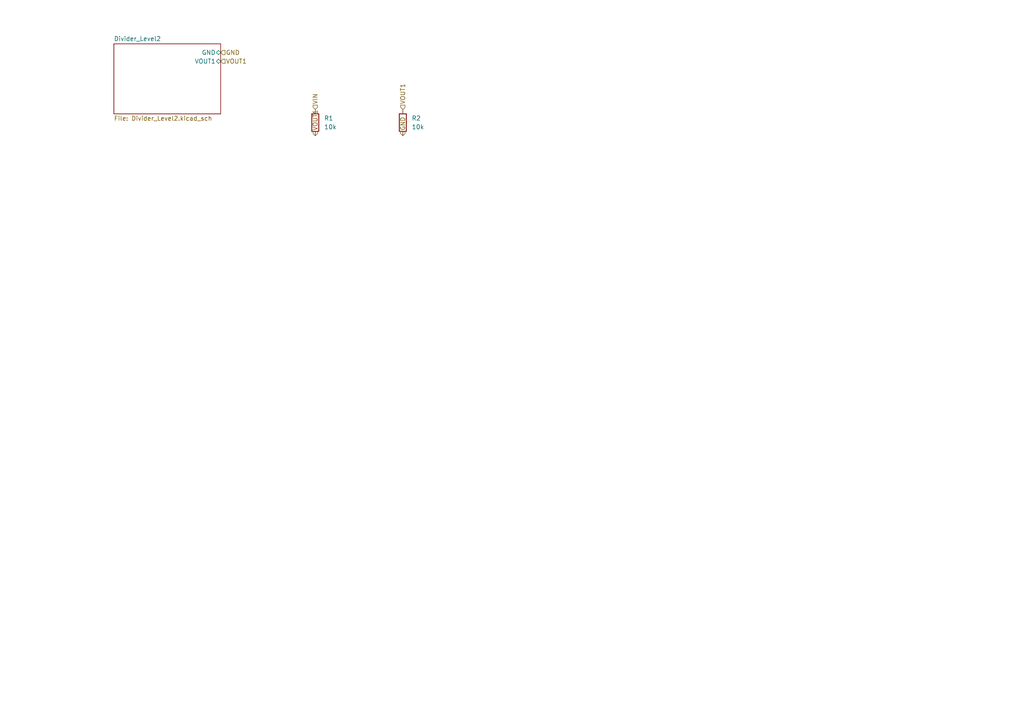
<source format=kicad_sch>
(kicad_sch (version 20250114) (generator "circuit_synth") (generator_version "0.8.36")
  (paper "A4")
  (title_block (title "nested_dividers"))
  (lib_symbols
    (symbol "Device:R" (pin_numbers (hide yes)) (pin_names (offset 0))
      (property "Reference" "R" (at 2.032 0 90))
      (property "Value" "R" (at 0 0 90))
      (symbol "R_0_1"
        (rectangle (start -1.016 -2.54) (end 1.016 2.54) (stroke (width 0.254)))
      )
      (symbol "R_1_1"
        (pin passive line (at 0 3.81 270) (length 1.27) (name "~") (number "1"))
        (pin passive line (at 0 -3.81 90) (length 1.27) (name "~") (number "2"))
      )
    )
  )
  (symbol (lib_id "Device:R") (at 91.44 35.56 0) (unit 1)
    (property "Reference" "R1" (at 93.98 34.2899 0) (effects (justify left)))
    (property "Value" "10k" (at 93.98 36.8299 0) (effects (justify left)))
    (property "Footprint" "Resistor_SMD:R_0603_1608Metric" (effects (hide yes)))
    (property "hierarchy_path" "/89d3af47-2880-43fd-847f-746b603cf672/b55f763f-74c4-47f2-9c6f-19f069147fc6" (effects (hide yes)))
    (property "project_name" "nested_dividers" (effects (hide yes)))
    (property "root_uuid" "89d3af47-2880-43fd-847f-746b603cf672" (effects (hide yes)))
  )
  (symbol (lib_id "Device:R") (at 116.84 35.56 0) (unit 1)
    (property "Reference" "R2" (at 119.38 34.2899 0) (effects (justify left)))
    (property "Value" "10k" (at 119.38 36.8299 0) (effects (justify left)))
    (property "Footprint" "Resistor_SMD:R_0603_1608Metric" (effects (hide yes)))
    (property "hierarchy_path" "/89d3af47-2880-43fd-847f-746b603cf672/b55f763f-74c4-47f2-9c6f-19f069147fc6" (effects (hide yes)))
    (property "project_name" "nested_dividers" (effects (hide yes)))
    (property "root_uuid" "89d3af47-2880-43fd-847f-746b603cf672" (effects (hide yes)))
  )
  (hierarchical_label "VIN" (shape input) (at 91.44 31.75 90))
  (hierarchical_label "VOUT1" (shape input) (at 91.44 39.37 270))
  (hierarchical_label "VOUT1" (shape input) (at 116.84 31.75 90))
  (hierarchical_label "GND" (shape input) (at 116.84 39.37 270))
  (hierarchical_label "GND" (shape input) (at 64.02 15.24 0.0000))
  (hierarchical_label "VOUT1" (shape input) (at 64.02 17.78 0.0000))
  (sheet (at 33.02 12.7) (size 31 20.32) (stroke (width 0.1524))
    (property "Sheetname" "Divider_Level2" (at 33.02 11.9884 0) (effects (justify left bottom)))
    (property "Sheetfile" "Divider_Level2.kicad_sch" (at 33.02 33.6046 0) (effects (justify left top)))
    (pin "GND" bidirectional (at 62.75 15.24 0))
    (pin "VOUT1" bidirectional (at 62.75 17.78 0))
  )
)
</source>
